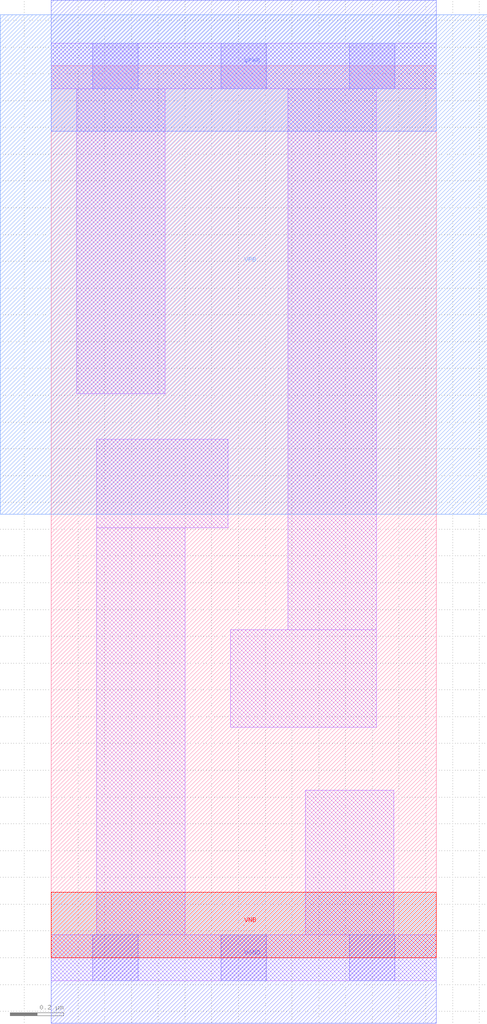
<source format=lef>
# Copyright 2020 The SkyWater PDK Authors
#
# Licensed under the Apache License, Version 2.0 (the "License");
# you may not use this file except in compliance with the License.
# You may obtain a copy of the License at
#
#     https://www.apache.org/licenses/LICENSE-2.0
#
# Unless required by applicable law or agreed to in writing, software
# distributed under the License is distributed on an "AS IS" BASIS,
# WITHOUT WARRANTIES OR CONDITIONS OF ANY KIND, either express or implied.
# See the License for the specific language governing permissions and
# limitations under the License.
#
# SPDX-License-Identifier: Apache-2.0

VERSION 5.7 ;
  NOWIREEXTENSIONATPIN ON ;
  DIVIDERCHAR "/" ;
  BUSBITCHARS "[]" ;
MACRO sky130_fd_sc_lp__decap_3
  CLASS CORE SPACER ;
  FOREIGN sky130_fd_sc_lp__decap_3 ;
  ORIGIN  0.000000  0.000000 ;
  SIZE  1.440000 BY  3.330000 ;
  SYMMETRY X Y R90 ;
  SITE unit ;
  PIN VGND
    DIRECTION INOUT ;
    USE GROUND ;
    PORT
      LAYER met1 ;
        RECT 0.000000 -0.245000 1.440000 0.245000 ;
    END
  END VGND
  PIN VNB
    DIRECTION INOUT ;
    USE GROUND ;
    PORT
      LAYER pwell ;
        RECT 0.000000 0.000000 1.440000 0.245000 ;
    END
  END VNB
  PIN VPB
    DIRECTION INOUT ;
    USE POWER ;
    PORT
      LAYER nwell ;
        RECT -0.190000 1.655000 1.630000 3.520000 ;
    END
  END VPB
  PIN VPWR
    DIRECTION INOUT ;
    USE POWER ;
    PORT
      LAYER met1 ;
        RECT 0.000000 3.085000 1.440000 3.575000 ;
    END
  END VPWR
  OBS
    LAYER li1 ;
      RECT 0.000000 -0.085000 1.440000 0.085000 ;
      RECT 0.000000  3.245000 1.440000 3.415000 ;
      RECT 0.095000  2.105000 0.425000 3.245000 ;
      RECT 0.170000  0.085000 0.500000 1.605000 ;
      RECT 0.170000  1.605000 0.660000 1.935000 ;
      RECT 0.670000  0.860000 1.215000 1.225000 ;
      RECT 0.885000  1.225000 1.215000 3.245000 ;
      RECT 0.950000  0.085000 1.280000 0.625000 ;
    LAYER mcon ;
      RECT 0.155000 -0.085000 0.325000 0.085000 ;
      RECT 0.155000  3.245000 0.325000 3.415000 ;
      RECT 0.635000 -0.085000 0.805000 0.085000 ;
      RECT 0.635000  3.245000 0.805000 3.415000 ;
      RECT 1.115000 -0.085000 1.285000 0.085000 ;
      RECT 1.115000  3.245000 1.285000 3.415000 ;
  END
END sky130_fd_sc_lp__decap_3
END LIBRARY

</source>
